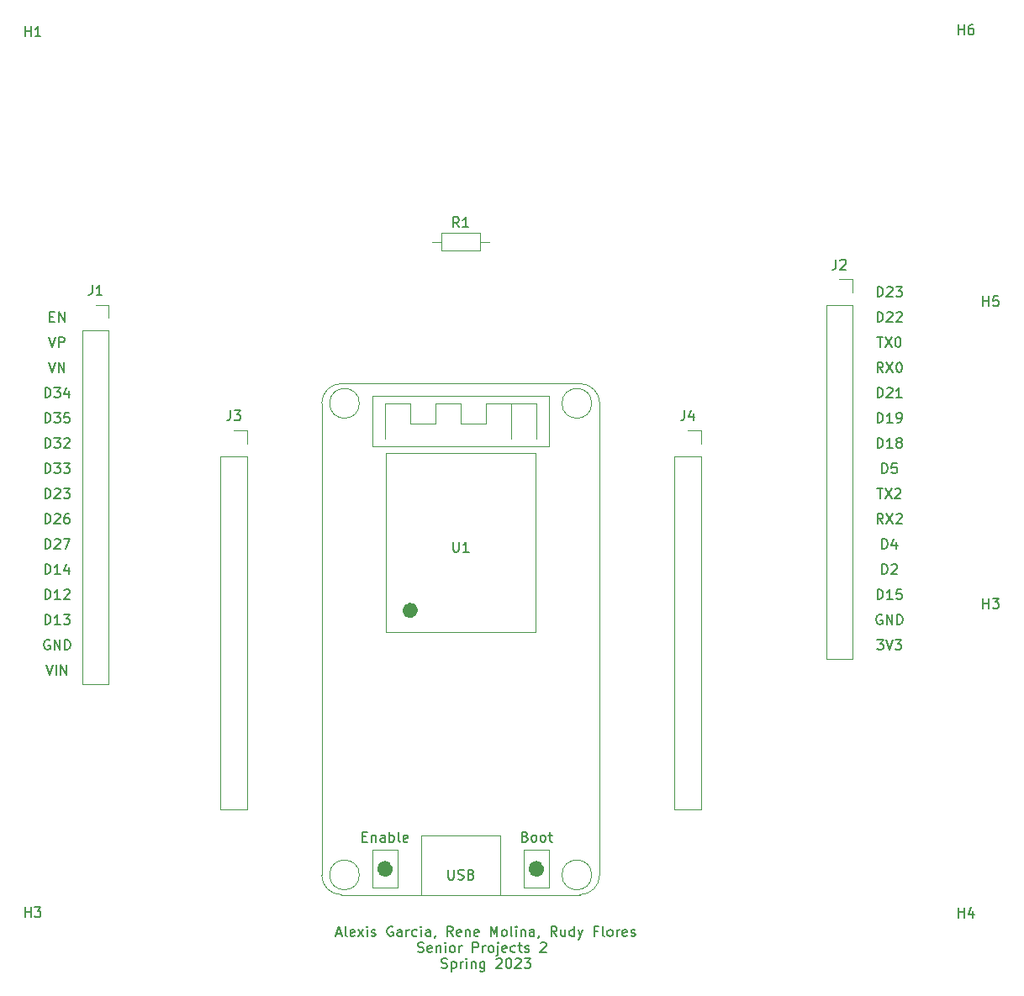
<source format=gto>
G04 #@! TF.GenerationSoftware,KiCad,Pcbnew,(6.0.11-0)*
G04 #@! TF.CreationDate,2023-03-27T16:27:17-06:00*
G04 #@! TF.ProjectId,ESP_PCB,4553505f-5043-4422-9e6b-696361645f70,rev?*
G04 #@! TF.SameCoordinates,Original*
G04 #@! TF.FileFunction,Legend,Top*
G04 #@! TF.FilePolarity,Positive*
%FSLAX46Y46*%
G04 Gerber Fmt 4.6, Leading zero omitted, Abs format (unit mm)*
G04 Created by KiCad (PCBNEW (6.0.11-0)) date 2023-03-27 16:27:17*
%MOMM*%
%LPD*%
G01*
G04 APERTURE LIST*
%ADD10C,0.150000*%
%ADD11C,0.120000*%
%ADD12C,1.000000*%
%ADD13C,0.800000*%
%ADD14C,3.230000*%
%ADD15R,1.700000X1.700000*%
%ADD16O,1.700000X1.700000*%
%ADD17C,2.500000*%
%ADD18C,1.400000*%
%ADD19O,1.400000X1.400000*%
%ADD20C,3.200000*%
%ADD21R,1.524000X1.524000*%
%ADD22C,1.524000*%
%ADD23C,3.000000*%
%ADD24O,1.308000X2.616000*%
G04 APERTURE END LIST*
D10*
X55118095Y-103640000D02*
X55022857Y-103592380D01*
X54880000Y-103592380D01*
X54737142Y-103640000D01*
X54641904Y-103735238D01*
X54594285Y-103830476D01*
X54546666Y-104020952D01*
X54546666Y-104163809D01*
X54594285Y-104354285D01*
X54641904Y-104449523D01*
X54737142Y-104544761D01*
X54880000Y-104592380D01*
X54975238Y-104592380D01*
X55118095Y-104544761D01*
X55165714Y-104497142D01*
X55165714Y-104163809D01*
X54975238Y-104163809D01*
X55594285Y-104592380D02*
X55594285Y-103592380D01*
X56165714Y-104592380D01*
X56165714Y-103592380D01*
X56641904Y-104592380D02*
X56641904Y-103592380D01*
X56880000Y-103592380D01*
X57022857Y-103640000D01*
X57118095Y-103735238D01*
X57165714Y-103830476D01*
X57213333Y-104020952D01*
X57213333Y-104163809D01*
X57165714Y-104354285D01*
X57118095Y-104449523D01*
X57022857Y-104544761D01*
X56880000Y-104592380D01*
X56641904Y-104592380D01*
X55046666Y-73112380D02*
X55380000Y-74112380D01*
X55713333Y-73112380D01*
X56046666Y-74112380D02*
X56046666Y-73112380D01*
X56427619Y-73112380D01*
X56522857Y-73160000D01*
X56570476Y-73207619D01*
X56618095Y-73302857D01*
X56618095Y-73445714D01*
X56570476Y-73540952D01*
X56522857Y-73588571D01*
X56427619Y-73636190D01*
X56046666Y-73636190D01*
X138485714Y-69032380D02*
X138485714Y-68032380D01*
X138723809Y-68032380D01*
X138866666Y-68080000D01*
X138961904Y-68175238D01*
X139009523Y-68270476D01*
X139057142Y-68460952D01*
X139057142Y-68603809D01*
X139009523Y-68794285D01*
X138961904Y-68889523D01*
X138866666Y-68984761D01*
X138723809Y-69032380D01*
X138485714Y-69032380D01*
X139438095Y-68127619D02*
X139485714Y-68080000D01*
X139580952Y-68032380D01*
X139819047Y-68032380D01*
X139914285Y-68080000D01*
X139961904Y-68127619D01*
X140009523Y-68222857D01*
X140009523Y-68318095D01*
X139961904Y-68460952D01*
X139390476Y-69032380D01*
X140009523Y-69032380D01*
X140342857Y-68032380D02*
X140961904Y-68032380D01*
X140628571Y-68413333D01*
X140771428Y-68413333D01*
X140866666Y-68460952D01*
X140914285Y-68508571D01*
X140961904Y-68603809D01*
X140961904Y-68841904D01*
X140914285Y-68937142D01*
X140866666Y-68984761D01*
X140771428Y-69032380D01*
X140485714Y-69032380D01*
X140390476Y-68984761D01*
X140342857Y-68937142D01*
X138485714Y-81732380D02*
X138485714Y-80732380D01*
X138723809Y-80732380D01*
X138866666Y-80780000D01*
X138961904Y-80875238D01*
X139009523Y-80970476D01*
X139057142Y-81160952D01*
X139057142Y-81303809D01*
X139009523Y-81494285D01*
X138961904Y-81589523D01*
X138866666Y-81684761D01*
X138723809Y-81732380D01*
X138485714Y-81732380D01*
X140009523Y-81732380D02*
X139438095Y-81732380D01*
X139723809Y-81732380D02*
X139723809Y-80732380D01*
X139628571Y-80875238D01*
X139533333Y-80970476D01*
X139438095Y-81018095D01*
X140485714Y-81732380D02*
X140676190Y-81732380D01*
X140771428Y-81684761D01*
X140819047Y-81637142D01*
X140914285Y-81494285D01*
X140961904Y-81303809D01*
X140961904Y-80922857D01*
X140914285Y-80827619D01*
X140866666Y-80780000D01*
X140771428Y-80732380D01*
X140580952Y-80732380D01*
X140485714Y-80780000D01*
X140438095Y-80827619D01*
X140390476Y-80922857D01*
X140390476Y-81160952D01*
X140438095Y-81256190D01*
X140485714Y-81303809D01*
X140580952Y-81351428D01*
X140771428Y-81351428D01*
X140866666Y-81303809D01*
X140914285Y-81256190D01*
X140961904Y-81160952D01*
X55022857Y-75652380D02*
X55356190Y-76652380D01*
X55689523Y-75652380D01*
X56022857Y-76652380D02*
X56022857Y-75652380D01*
X56594285Y-76652380D01*
X56594285Y-75652380D01*
X55141904Y-71048571D02*
X55475238Y-71048571D01*
X55618095Y-71572380D02*
X55141904Y-71572380D01*
X55141904Y-70572380D01*
X55618095Y-70572380D01*
X56046666Y-71572380D02*
X56046666Y-70572380D01*
X56618095Y-71572380D01*
X56618095Y-70572380D01*
X54665714Y-94432380D02*
X54665714Y-93432380D01*
X54903809Y-93432380D01*
X55046666Y-93480000D01*
X55141904Y-93575238D01*
X55189523Y-93670476D01*
X55237142Y-93860952D01*
X55237142Y-94003809D01*
X55189523Y-94194285D01*
X55141904Y-94289523D01*
X55046666Y-94384761D01*
X54903809Y-94432380D01*
X54665714Y-94432380D01*
X55618095Y-93527619D02*
X55665714Y-93480000D01*
X55760952Y-93432380D01*
X55999047Y-93432380D01*
X56094285Y-93480000D01*
X56141904Y-93527619D01*
X56189523Y-93622857D01*
X56189523Y-93718095D01*
X56141904Y-93860952D01*
X55570476Y-94432380D01*
X56189523Y-94432380D01*
X56522857Y-93432380D02*
X57189523Y-93432380D01*
X56760952Y-94432380D01*
X138485714Y-71572380D02*
X138485714Y-70572380D01*
X138723809Y-70572380D01*
X138866666Y-70620000D01*
X138961904Y-70715238D01*
X139009523Y-70810476D01*
X139057142Y-71000952D01*
X139057142Y-71143809D01*
X139009523Y-71334285D01*
X138961904Y-71429523D01*
X138866666Y-71524761D01*
X138723809Y-71572380D01*
X138485714Y-71572380D01*
X139438095Y-70667619D02*
X139485714Y-70620000D01*
X139580952Y-70572380D01*
X139819047Y-70572380D01*
X139914285Y-70620000D01*
X139961904Y-70667619D01*
X140009523Y-70762857D01*
X140009523Y-70858095D01*
X139961904Y-71000952D01*
X139390476Y-71572380D01*
X140009523Y-71572380D01*
X140390476Y-70667619D02*
X140438095Y-70620000D01*
X140533333Y-70572380D01*
X140771428Y-70572380D01*
X140866666Y-70620000D01*
X140914285Y-70667619D01*
X140961904Y-70762857D01*
X140961904Y-70858095D01*
X140914285Y-71000952D01*
X140342857Y-71572380D01*
X140961904Y-71572380D01*
X138485714Y-99512380D02*
X138485714Y-98512380D01*
X138723809Y-98512380D01*
X138866666Y-98560000D01*
X138961904Y-98655238D01*
X139009523Y-98750476D01*
X139057142Y-98940952D01*
X139057142Y-99083809D01*
X139009523Y-99274285D01*
X138961904Y-99369523D01*
X138866666Y-99464761D01*
X138723809Y-99512380D01*
X138485714Y-99512380D01*
X140009523Y-99512380D02*
X139438095Y-99512380D01*
X139723809Y-99512380D02*
X139723809Y-98512380D01*
X139628571Y-98655238D01*
X139533333Y-98750476D01*
X139438095Y-98798095D01*
X140914285Y-98512380D02*
X140438095Y-98512380D01*
X140390476Y-98988571D01*
X140438095Y-98940952D01*
X140533333Y-98893333D01*
X140771428Y-98893333D01*
X140866666Y-98940952D01*
X140914285Y-98988571D01*
X140961904Y-99083809D01*
X140961904Y-99321904D01*
X140914285Y-99417142D01*
X140866666Y-99464761D01*
X140771428Y-99512380D01*
X140533333Y-99512380D01*
X140438095Y-99464761D01*
X140390476Y-99417142D01*
X138938095Y-101100000D02*
X138842857Y-101052380D01*
X138700000Y-101052380D01*
X138557142Y-101100000D01*
X138461904Y-101195238D01*
X138414285Y-101290476D01*
X138366666Y-101480952D01*
X138366666Y-101623809D01*
X138414285Y-101814285D01*
X138461904Y-101909523D01*
X138557142Y-102004761D01*
X138700000Y-102052380D01*
X138795238Y-102052380D01*
X138938095Y-102004761D01*
X138985714Y-101957142D01*
X138985714Y-101623809D01*
X138795238Y-101623809D01*
X139414285Y-102052380D02*
X139414285Y-101052380D01*
X139985714Y-102052380D01*
X139985714Y-101052380D01*
X140461904Y-102052380D02*
X140461904Y-101052380D01*
X140700000Y-101052380D01*
X140842857Y-101100000D01*
X140938095Y-101195238D01*
X140985714Y-101290476D01*
X141033333Y-101480952D01*
X141033333Y-101623809D01*
X140985714Y-101814285D01*
X140938095Y-101909523D01*
X140842857Y-102004761D01*
X140700000Y-102052380D01*
X140461904Y-102052380D01*
X138461904Y-103592380D02*
X139080952Y-103592380D01*
X138747619Y-103973333D01*
X138890476Y-103973333D01*
X138985714Y-104020952D01*
X139033333Y-104068571D01*
X139080952Y-104163809D01*
X139080952Y-104401904D01*
X139033333Y-104497142D01*
X138985714Y-104544761D01*
X138890476Y-104592380D01*
X138604761Y-104592380D01*
X138509523Y-104544761D01*
X138461904Y-104497142D01*
X139366666Y-103592380D02*
X139700000Y-104592380D01*
X140033333Y-103592380D01*
X140271428Y-103592380D02*
X140890476Y-103592380D01*
X140557142Y-103973333D01*
X140700000Y-103973333D01*
X140795238Y-104020952D01*
X140842857Y-104068571D01*
X140890476Y-104163809D01*
X140890476Y-104401904D01*
X140842857Y-104497142D01*
X140795238Y-104544761D01*
X140700000Y-104592380D01*
X140414285Y-104592380D01*
X140319047Y-104544761D01*
X140271428Y-104497142D01*
X54665714Y-86812380D02*
X54665714Y-85812380D01*
X54903809Y-85812380D01*
X55046666Y-85860000D01*
X55141904Y-85955238D01*
X55189523Y-86050476D01*
X55237142Y-86240952D01*
X55237142Y-86383809D01*
X55189523Y-86574285D01*
X55141904Y-86669523D01*
X55046666Y-86764761D01*
X54903809Y-86812380D01*
X54665714Y-86812380D01*
X55570476Y-85812380D02*
X56189523Y-85812380D01*
X55856190Y-86193333D01*
X55999047Y-86193333D01*
X56094285Y-86240952D01*
X56141904Y-86288571D01*
X56189523Y-86383809D01*
X56189523Y-86621904D01*
X56141904Y-86717142D01*
X56094285Y-86764761D01*
X55999047Y-86812380D01*
X55713333Y-86812380D01*
X55618095Y-86764761D01*
X55570476Y-86717142D01*
X56522857Y-85812380D02*
X57141904Y-85812380D01*
X56808571Y-86193333D01*
X56951428Y-86193333D01*
X57046666Y-86240952D01*
X57094285Y-86288571D01*
X57141904Y-86383809D01*
X57141904Y-86621904D01*
X57094285Y-86717142D01*
X57046666Y-86764761D01*
X56951428Y-86812380D01*
X56665714Y-86812380D01*
X56570476Y-86764761D01*
X56522857Y-86717142D01*
X138961904Y-94432380D02*
X138961904Y-93432380D01*
X139200000Y-93432380D01*
X139342857Y-93480000D01*
X139438095Y-93575238D01*
X139485714Y-93670476D01*
X139533333Y-93860952D01*
X139533333Y-94003809D01*
X139485714Y-94194285D01*
X139438095Y-94289523D01*
X139342857Y-94384761D01*
X139200000Y-94432380D01*
X138961904Y-94432380D01*
X140390476Y-93765714D02*
X140390476Y-94432380D01*
X140152380Y-93384761D02*
X139914285Y-94099047D01*
X140533333Y-94099047D01*
X138961904Y-86812380D02*
X138961904Y-85812380D01*
X139200000Y-85812380D01*
X139342857Y-85860000D01*
X139438095Y-85955238D01*
X139485714Y-86050476D01*
X139533333Y-86240952D01*
X139533333Y-86383809D01*
X139485714Y-86574285D01*
X139438095Y-86669523D01*
X139342857Y-86764761D01*
X139200000Y-86812380D01*
X138961904Y-86812380D01*
X140438095Y-85812380D02*
X139961904Y-85812380D01*
X139914285Y-86288571D01*
X139961904Y-86240952D01*
X140057142Y-86193333D01*
X140295238Y-86193333D01*
X140390476Y-86240952D01*
X140438095Y-86288571D01*
X140485714Y-86383809D01*
X140485714Y-86621904D01*
X140438095Y-86717142D01*
X140390476Y-86764761D01*
X140295238Y-86812380D01*
X140057142Y-86812380D01*
X139961904Y-86764761D01*
X139914285Y-86717142D01*
X84012380Y-133176666D02*
X84488571Y-133176666D01*
X83917142Y-133462380D02*
X84250476Y-132462380D01*
X84583809Y-133462380D01*
X85060000Y-133462380D02*
X84964761Y-133414761D01*
X84917142Y-133319523D01*
X84917142Y-132462380D01*
X85821904Y-133414761D02*
X85726666Y-133462380D01*
X85536190Y-133462380D01*
X85440952Y-133414761D01*
X85393333Y-133319523D01*
X85393333Y-132938571D01*
X85440952Y-132843333D01*
X85536190Y-132795714D01*
X85726666Y-132795714D01*
X85821904Y-132843333D01*
X85869523Y-132938571D01*
X85869523Y-133033809D01*
X85393333Y-133129047D01*
X86202857Y-133462380D02*
X86726666Y-132795714D01*
X86202857Y-132795714D02*
X86726666Y-133462380D01*
X87107619Y-133462380D02*
X87107619Y-132795714D01*
X87107619Y-132462380D02*
X87060000Y-132510000D01*
X87107619Y-132557619D01*
X87155238Y-132510000D01*
X87107619Y-132462380D01*
X87107619Y-132557619D01*
X87536190Y-133414761D02*
X87631428Y-133462380D01*
X87821904Y-133462380D01*
X87917142Y-133414761D01*
X87964761Y-133319523D01*
X87964761Y-133271904D01*
X87917142Y-133176666D01*
X87821904Y-133129047D01*
X87679047Y-133129047D01*
X87583809Y-133081428D01*
X87536190Y-132986190D01*
X87536190Y-132938571D01*
X87583809Y-132843333D01*
X87679047Y-132795714D01*
X87821904Y-132795714D01*
X87917142Y-132843333D01*
X89679047Y-132510000D02*
X89583809Y-132462380D01*
X89440952Y-132462380D01*
X89298095Y-132510000D01*
X89202857Y-132605238D01*
X89155238Y-132700476D01*
X89107619Y-132890952D01*
X89107619Y-133033809D01*
X89155238Y-133224285D01*
X89202857Y-133319523D01*
X89298095Y-133414761D01*
X89440952Y-133462380D01*
X89536190Y-133462380D01*
X89679047Y-133414761D01*
X89726666Y-133367142D01*
X89726666Y-133033809D01*
X89536190Y-133033809D01*
X90583809Y-133462380D02*
X90583809Y-132938571D01*
X90536190Y-132843333D01*
X90440952Y-132795714D01*
X90250476Y-132795714D01*
X90155238Y-132843333D01*
X90583809Y-133414761D02*
X90488571Y-133462380D01*
X90250476Y-133462380D01*
X90155238Y-133414761D01*
X90107619Y-133319523D01*
X90107619Y-133224285D01*
X90155238Y-133129047D01*
X90250476Y-133081428D01*
X90488571Y-133081428D01*
X90583809Y-133033809D01*
X91060000Y-133462380D02*
X91060000Y-132795714D01*
X91060000Y-132986190D02*
X91107619Y-132890952D01*
X91155238Y-132843333D01*
X91250476Y-132795714D01*
X91345714Y-132795714D01*
X92107619Y-133414761D02*
X92012380Y-133462380D01*
X91821904Y-133462380D01*
X91726666Y-133414761D01*
X91679047Y-133367142D01*
X91631428Y-133271904D01*
X91631428Y-132986190D01*
X91679047Y-132890952D01*
X91726666Y-132843333D01*
X91821904Y-132795714D01*
X92012380Y-132795714D01*
X92107619Y-132843333D01*
X92536190Y-133462380D02*
X92536190Y-132795714D01*
X92536190Y-132462380D02*
X92488571Y-132510000D01*
X92536190Y-132557619D01*
X92583809Y-132510000D01*
X92536190Y-132462380D01*
X92536190Y-132557619D01*
X93440952Y-133462380D02*
X93440952Y-132938571D01*
X93393333Y-132843333D01*
X93298095Y-132795714D01*
X93107619Y-132795714D01*
X93012380Y-132843333D01*
X93440952Y-133414761D02*
X93345714Y-133462380D01*
X93107619Y-133462380D01*
X93012380Y-133414761D01*
X92964761Y-133319523D01*
X92964761Y-133224285D01*
X93012380Y-133129047D01*
X93107619Y-133081428D01*
X93345714Y-133081428D01*
X93440952Y-133033809D01*
X93964761Y-133414761D02*
X93964761Y-133462380D01*
X93917142Y-133557619D01*
X93869523Y-133605238D01*
X95726666Y-133462380D02*
X95393333Y-132986190D01*
X95155238Y-133462380D02*
X95155238Y-132462380D01*
X95536190Y-132462380D01*
X95631428Y-132510000D01*
X95679047Y-132557619D01*
X95726666Y-132652857D01*
X95726666Y-132795714D01*
X95679047Y-132890952D01*
X95631428Y-132938571D01*
X95536190Y-132986190D01*
X95155238Y-132986190D01*
X96536190Y-133414761D02*
X96440952Y-133462380D01*
X96250476Y-133462380D01*
X96155238Y-133414761D01*
X96107619Y-133319523D01*
X96107619Y-132938571D01*
X96155238Y-132843333D01*
X96250476Y-132795714D01*
X96440952Y-132795714D01*
X96536190Y-132843333D01*
X96583809Y-132938571D01*
X96583809Y-133033809D01*
X96107619Y-133129047D01*
X97012380Y-132795714D02*
X97012380Y-133462380D01*
X97012380Y-132890952D02*
X97060000Y-132843333D01*
X97155238Y-132795714D01*
X97298095Y-132795714D01*
X97393333Y-132843333D01*
X97440952Y-132938571D01*
X97440952Y-133462380D01*
X98298095Y-133414761D02*
X98202857Y-133462380D01*
X98012380Y-133462380D01*
X97917142Y-133414761D01*
X97869523Y-133319523D01*
X97869523Y-132938571D01*
X97917142Y-132843333D01*
X98012380Y-132795714D01*
X98202857Y-132795714D01*
X98298095Y-132843333D01*
X98345714Y-132938571D01*
X98345714Y-133033809D01*
X97869523Y-133129047D01*
X99536190Y-133462380D02*
X99536190Y-132462380D01*
X99869523Y-133176666D01*
X100202857Y-132462380D01*
X100202857Y-133462380D01*
X100821904Y-133462380D02*
X100726666Y-133414761D01*
X100679047Y-133367142D01*
X100631428Y-133271904D01*
X100631428Y-132986190D01*
X100679047Y-132890952D01*
X100726666Y-132843333D01*
X100821904Y-132795714D01*
X100964761Y-132795714D01*
X101060000Y-132843333D01*
X101107619Y-132890952D01*
X101155238Y-132986190D01*
X101155238Y-133271904D01*
X101107619Y-133367142D01*
X101060000Y-133414761D01*
X100964761Y-133462380D01*
X100821904Y-133462380D01*
X101726666Y-133462380D02*
X101631428Y-133414761D01*
X101583809Y-133319523D01*
X101583809Y-132462380D01*
X102107619Y-133462380D02*
X102107619Y-132795714D01*
X102107619Y-132462380D02*
X102060000Y-132510000D01*
X102107619Y-132557619D01*
X102155238Y-132510000D01*
X102107619Y-132462380D01*
X102107619Y-132557619D01*
X102583809Y-132795714D02*
X102583809Y-133462380D01*
X102583809Y-132890952D02*
X102631428Y-132843333D01*
X102726666Y-132795714D01*
X102869523Y-132795714D01*
X102964761Y-132843333D01*
X103012380Y-132938571D01*
X103012380Y-133462380D01*
X103917142Y-133462380D02*
X103917142Y-132938571D01*
X103869523Y-132843333D01*
X103774285Y-132795714D01*
X103583809Y-132795714D01*
X103488571Y-132843333D01*
X103917142Y-133414761D02*
X103821904Y-133462380D01*
X103583809Y-133462380D01*
X103488571Y-133414761D01*
X103440952Y-133319523D01*
X103440952Y-133224285D01*
X103488571Y-133129047D01*
X103583809Y-133081428D01*
X103821904Y-133081428D01*
X103917142Y-133033809D01*
X104440952Y-133414761D02*
X104440952Y-133462380D01*
X104393333Y-133557619D01*
X104345714Y-133605238D01*
X106202857Y-133462380D02*
X105869523Y-132986190D01*
X105631428Y-133462380D02*
X105631428Y-132462380D01*
X106012380Y-132462380D01*
X106107619Y-132510000D01*
X106155238Y-132557619D01*
X106202857Y-132652857D01*
X106202857Y-132795714D01*
X106155238Y-132890952D01*
X106107619Y-132938571D01*
X106012380Y-132986190D01*
X105631428Y-132986190D01*
X107060000Y-132795714D02*
X107060000Y-133462380D01*
X106631428Y-132795714D02*
X106631428Y-133319523D01*
X106679047Y-133414761D01*
X106774285Y-133462380D01*
X106917142Y-133462380D01*
X107012380Y-133414761D01*
X107060000Y-133367142D01*
X107964761Y-133462380D02*
X107964761Y-132462380D01*
X107964761Y-133414761D02*
X107869523Y-133462380D01*
X107679047Y-133462380D01*
X107583809Y-133414761D01*
X107536190Y-133367142D01*
X107488571Y-133271904D01*
X107488571Y-132986190D01*
X107536190Y-132890952D01*
X107583809Y-132843333D01*
X107679047Y-132795714D01*
X107869523Y-132795714D01*
X107964761Y-132843333D01*
X108345714Y-132795714D02*
X108583809Y-133462380D01*
X108821904Y-132795714D02*
X108583809Y-133462380D01*
X108488571Y-133700476D01*
X108440952Y-133748095D01*
X108345714Y-133795714D01*
X110298095Y-132938571D02*
X109964761Y-132938571D01*
X109964761Y-133462380D02*
X109964761Y-132462380D01*
X110440952Y-132462380D01*
X110964761Y-133462380D02*
X110869523Y-133414761D01*
X110821904Y-133319523D01*
X110821904Y-132462380D01*
X111488571Y-133462380D02*
X111393333Y-133414761D01*
X111345714Y-133367142D01*
X111298095Y-133271904D01*
X111298095Y-132986190D01*
X111345714Y-132890952D01*
X111393333Y-132843333D01*
X111488571Y-132795714D01*
X111631428Y-132795714D01*
X111726666Y-132843333D01*
X111774285Y-132890952D01*
X111821904Y-132986190D01*
X111821904Y-133271904D01*
X111774285Y-133367142D01*
X111726666Y-133414761D01*
X111631428Y-133462380D01*
X111488571Y-133462380D01*
X112250476Y-133462380D02*
X112250476Y-132795714D01*
X112250476Y-132986190D02*
X112298095Y-132890952D01*
X112345714Y-132843333D01*
X112440952Y-132795714D01*
X112536190Y-132795714D01*
X113250476Y-133414761D02*
X113155238Y-133462380D01*
X112964761Y-133462380D01*
X112869523Y-133414761D01*
X112821904Y-133319523D01*
X112821904Y-132938571D01*
X112869523Y-132843333D01*
X112964761Y-132795714D01*
X113155238Y-132795714D01*
X113250476Y-132843333D01*
X113298095Y-132938571D01*
X113298095Y-133033809D01*
X112821904Y-133129047D01*
X113679047Y-133414761D02*
X113774285Y-133462380D01*
X113964761Y-133462380D01*
X114059999Y-133414761D01*
X114107619Y-133319523D01*
X114107619Y-133271904D01*
X114059999Y-133176666D01*
X113964761Y-133129047D01*
X113821904Y-133129047D01*
X113726666Y-133081428D01*
X113679047Y-132986190D01*
X113679047Y-132938571D01*
X113726666Y-132843333D01*
X113821904Y-132795714D01*
X113964761Y-132795714D01*
X114059999Y-132843333D01*
X92226666Y-135024761D02*
X92369523Y-135072380D01*
X92607619Y-135072380D01*
X92702857Y-135024761D01*
X92750476Y-134977142D01*
X92798095Y-134881904D01*
X92798095Y-134786666D01*
X92750476Y-134691428D01*
X92702857Y-134643809D01*
X92607619Y-134596190D01*
X92417142Y-134548571D01*
X92321904Y-134500952D01*
X92274285Y-134453333D01*
X92226666Y-134358095D01*
X92226666Y-134262857D01*
X92274285Y-134167619D01*
X92321904Y-134120000D01*
X92417142Y-134072380D01*
X92655238Y-134072380D01*
X92798095Y-134120000D01*
X93607619Y-135024761D02*
X93512380Y-135072380D01*
X93321904Y-135072380D01*
X93226666Y-135024761D01*
X93179047Y-134929523D01*
X93179047Y-134548571D01*
X93226666Y-134453333D01*
X93321904Y-134405714D01*
X93512380Y-134405714D01*
X93607619Y-134453333D01*
X93655238Y-134548571D01*
X93655238Y-134643809D01*
X93179047Y-134739047D01*
X94083809Y-134405714D02*
X94083809Y-135072380D01*
X94083809Y-134500952D02*
X94131428Y-134453333D01*
X94226666Y-134405714D01*
X94369523Y-134405714D01*
X94464761Y-134453333D01*
X94512380Y-134548571D01*
X94512380Y-135072380D01*
X94988571Y-135072380D02*
X94988571Y-134405714D01*
X94988571Y-134072380D02*
X94940952Y-134120000D01*
X94988571Y-134167619D01*
X95036190Y-134120000D01*
X94988571Y-134072380D01*
X94988571Y-134167619D01*
X95607619Y-135072380D02*
X95512380Y-135024761D01*
X95464761Y-134977142D01*
X95417142Y-134881904D01*
X95417142Y-134596190D01*
X95464761Y-134500952D01*
X95512380Y-134453333D01*
X95607619Y-134405714D01*
X95750476Y-134405714D01*
X95845714Y-134453333D01*
X95893333Y-134500952D01*
X95940952Y-134596190D01*
X95940952Y-134881904D01*
X95893333Y-134977142D01*
X95845714Y-135024761D01*
X95750476Y-135072380D01*
X95607619Y-135072380D01*
X96369523Y-135072380D02*
X96369523Y-134405714D01*
X96369523Y-134596190D02*
X96417142Y-134500952D01*
X96464761Y-134453333D01*
X96560000Y-134405714D01*
X96655238Y-134405714D01*
X97750476Y-135072380D02*
X97750476Y-134072380D01*
X98131428Y-134072380D01*
X98226666Y-134120000D01*
X98274285Y-134167619D01*
X98321904Y-134262857D01*
X98321904Y-134405714D01*
X98274285Y-134500952D01*
X98226666Y-134548571D01*
X98131428Y-134596190D01*
X97750476Y-134596190D01*
X98750476Y-135072380D02*
X98750476Y-134405714D01*
X98750476Y-134596190D02*
X98798095Y-134500952D01*
X98845714Y-134453333D01*
X98940952Y-134405714D01*
X99036190Y-134405714D01*
X99512380Y-135072380D02*
X99417142Y-135024761D01*
X99369523Y-134977142D01*
X99321904Y-134881904D01*
X99321904Y-134596190D01*
X99369523Y-134500952D01*
X99417142Y-134453333D01*
X99512380Y-134405714D01*
X99655238Y-134405714D01*
X99750476Y-134453333D01*
X99798095Y-134500952D01*
X99845714Y-134596190D01*
X99845714Y-134881904D01*
X99798095Y-134977142D01*
X99750476Y-135024761D01*
X99655238Y-135072380D01*
X99512380Y-135072380D01*
X100274285Y-134405714D02*
X100274285Y-135262857D01*
X100226666Y-135358095D01*
X100131428Y-135405714D01*
X100083809Y-135405714D01*
X100274285Y-134072380D02*
X100226666Y-134120000D01*
X100274285Y-134167619D01*
X100321904Y-134120000D01*
X100274285Y-134072380D01*
X100274285Y-134167619D01*
X101131428Y-135024761D02*
X101036190Y-135072380D01*
X100845714Y-135072380D01*
X100750476Y-135024761D01*
X100702857Y-134929523D01*
X100702857Y-134548571D01*
X100750476Y-134453333D01*
X100845714Y-134405714D01*
X101036190Y-134405714D01*
X101131428Y-134453333D01*
X101179047Y-134548571D01*
X101179047Y-134643809D01*
X100702857Y-134739047D01*
X102036190Y-135024761D02*
X101940952Y-135072380D01*
X101750476Y-135072380D01*
X101655238Y-135024761D01*
X101607619Y-134977142D01*
X101560000Y-134881904D01*
X101560000Y-134596190D01*
X101607619Y-134500952D01*
X101655238Y-134453333D01*
X101750476Y-134405714D01*
X101940952Y-134405714D01*
X102036190Y-134453333D01*
X102321904Y-134405714D02*
X102702857Y-134405714D01*
X102464761Y-134072380D02*
X102464761Y-134929523D01*
X102512380Y-135024761D01*
X102607619Y-135072380D01*
X102702857Y-135072380D01*
X102988571Y-135024761D02*
X103083809Y-135072380D01*
X103274285Y-135072380D01*
X103369523Y-135024761D01*
X103417142Y-134929523D01*
X103417142Y-134881904D01*
X103369523Y-134786666D01*
X103274285Y-134739047D01*
X103131428Y-134739047D01*
X103036190Y-134691428D01*
X102988571Y-134596190D01*
X102988571Y-134548571D01*
X103036190Y-134453333D01*
X103131428Y-134405714D01*
X103274285Y-134405714D01*
X103369523Y-134453333D01*
X104560000Y-134167619D02*
X104607619Y-134120000D01*
X104702857Y-134072380D01*
X104940952Y-134072380D01*
X105036190Y-134120000D01*
X105083809Y-134167619D01*
X105131428Y-134262857D01*
X105131428Y-134358095D01*
X105083809Y-134500952D01*
X104512380Y-135072380D01*
X105131428Y-135072380D01*
X94583809Y-136634761D02*
X94726666Y-136682380D01*
X94964761Y-136682380D01*
X95060000Y-136634761D01*
X95107619Y-136587142D01*
X95155238Y-136491904D01*
X95155238Y-136396666D01*
X95107619Y-136301428D01*
X95060000Y-136253809D01*
X94964761Y-136206190D01*
X94774285Y-136158571D01*
X94679047Y-136110952D01*
X94631428Y-136063333D01*
X94583809Y-135968095D01*
X94583809Y-135872857D01*
X94631428Y-135777619D01*
X94679047Y-135730000D01*
X94774285Y-135682380D01*
X95012380Y-135682380D01*
X95155238Y-135730000D01*
X95583809Y-136015714D02*
X95583809Y-137015714D01*
X95583809Y-136063333D02*
X95679047Y-136015714D01*
X95869523Y-136015714D01*
X95964761Y-136063333D01*
X96012380Y-136110952D01*
X96060000Y-136206190D01*
X96060000Y-136491904D01*
X96012380Y-136587142D01*
X95964761Y-136634761D01*
X95869523Y-136682380D01*
X95679047Y-136682380D01*
X95583809Y-136634761D01*
X96488571Y-136682380D02*
X96488571Y-136015714D01*
X96488571Y-136206190D02*
X96536190Y-136110952D01*
X96583809Y-136063333D01*
X96679047Y-136015714D01*
X96774285Y-136015714D01*
X97107619Y-136682380D02*
X97107619Y-136015714D01*
X97107619Y-135682380D02*
X97060000Y-135730000D01*
X97107619Y-135777619D01*
X97155238Y-135730000D01*
X97107619Y-135682380D01*
X97107619Y-135777619D01*
X97583809Y-136015714D02*
X97583809Y-136682380D01*
X97583809Y-136110952D02*
X97631428Y-136063333D01*
X97726666Y-136015714D01*
X97869523Y-136015714D01*
X97964761Y-136063333D01*
X98012380Y-136158571D01*
X98012380Y-136682380D01*
X98917142Y-136015714D02*
X98917142Y-136825238D01*
X98869523Y-136920476D01*
X98821904Y-136968095D01*
X98726666Y-137015714D01*
X98583809Y-137015714D01*
X98488571Y-136968095D01*
X98917142Y-136634761D02*
X98821904Y-136682380D01*
X98631428Y-136682380D01*
X98536190Y-136634761D01*
X98488571Y-136587142D01*
X98440952Y-136491904D01*
X98440952Y-136206190D01*
X98488571Y-136110952D01*
X98536190Y-136063333D01*
X98631428Y-136015714D01*
X98821904Y-136015714D01*
X98917142Y-136063333D01*
X100107619Y-135777619D02*
X100155238Y-135730000D01*
X100250476Y-135682380D01*
X100488571Y-135682380D01*
X100583809Y-135730000D01*
X100631428Y-135777619D01*
X100679047Y-135872857D01*
X100679047Y-135968095D01*
X100631428Y-136110952D01*
X100060000Y-136682380D01*
X100679047Y-136682380D01*
X101298095Y-135682380D02*
X101393333Y-135682380D01*
X101488571Y-135730000D01*
X101536190Y-135777619D01*
X101583809Y-135872857D01*
X101631428Y-136063333D01*
X101631428Y-136301428D01*
X101583809Y-136491904D01*
X101536190Y-136587142D01*
X101488571Y-136634761D01*
X101393333Y-136682380D01*
X101298095Y-136682380D01*
X101202857Y-136634761D01*
X101155238Y-136587142D01*
X101107619Y-136491904D01*
X101060000Y-136301428D01*
X101060000Y-136063333D01*
X101107619Y-135872857D01*
X101155238Y-135777619D01*
X101202857Y-135730000D01*
X101298095Y-135682380D01*
X102012380Y-135777619D02*
X102060000Y-135730000D01*
X102155238Y-135682380D01*
X102393333Y-135682380D01*
X102488571Y-135730000D01*
X102536190Y-135777619D01*
X102583809Y-135872857D01*
X102583809Y-135968095D01*
X102536190Y-136110952D01*
X101964761Y-136682380D01*
X102583809Y-136682380D01*
X102917142Y-135682380D02*
X103536190Y-135682380D01*
X103202857Y-136063333D01*
X103345714Y-136063333D01*
X103440952Y-136110952D01*
X103488571Y-136158571D01*
X103536190Y-136253809D01*
X103536190Y-136491904D01*
X103488571Y-136587142D01*
X103440952Y-136634761D01*
X103345714Y-136682380D01*
X103060000Y-136682380D01*
X102964761Y-136634761D01*
X102917142Y-136587142D01*
X54665714Y-91892380D02*
X54665714Y-90892380D01*
X54903809Y-90892380D01*
X55046666Y-90940000D01*
X55141904Y-91035238D01*
X55189523Y-91130476D01*
X55237142Y-91320952D01*
X55237142Y-91463809D01*
X55189523Y-91654285D01*
X55141904Y-91749523D01*
X55046666Y-91844761D01*
X54903809Y-91892380D01*
X54665714Y-91892380D01*
X55618095Y-90987619D02*
X55665714Y-90940000D01*
X55760952Y-90892380D01*
X55999047Y-90892380D01*
X56094285Y-90940000D01*
X56141904Y-90987619D01*
X56189523Y-91082857D01*
X56189523Y-91178095D01*
X56141904Y-91320952D01*
X55570476Y-91892380D01*
X56189523Y-91892380D01*
X57046666Y-90892380D02*
X56856190Y-90892380D01*
X56760952Y-90940000D01*
X56713333Y-90987619D01*
X56618095Y-91130476D01*
X56570476Y-91320952D01*
X56570476Y-91701904D01*
X56618095Y-91797142D01*
X56665714Y-91844761D01*
X56760952Y-91892380D01*
X56951428Y-91892380D01*
X57046666Y-91844761D01*
X57094285Y-91797142D01*
X57141904Y-91701904D01*
X57141904Y-91463809D01*
X57094285Y-91368571D01*
X57046666Y-91320952D01*
X56951428Y-91273333D01*
X56760952Y-91273333D01*
X56665714Y-91320952D01*
X56618095Y-91368571D01*
X56570476Y-91463809D01*
X138485714Y-79192380D02*
X138485714Y-78192380D01*
X138723809Y-78192380D01*
X138866666Y-78240000D01*
X138961904Y-78335238D01*
X139009523Y-78430476D01*
X139057142Y-78620952D01*
X139057142Y-78763809D01*
X139009523Y-78954285D01*
X138961904Y-79049523D01*
X138866666Y-79144761D01*
X138723809Y-79192380D01*
X138485714Y-79192380D01*
X139438095Y-78287619D02*
X139485714Y-78240000D01*
X139580952Y-78192380D01*
X139819047Y-78192380D01*
X139914285Y-78240000D01*
X139961904Y-78287619D01*
X140009523Y-78382857D01*
X140009523Y-78478095D01*
X139961904Y-78620952D01*
X139390476Y-79192380D01*
X140009523Y-79192380D01*
X140961904Y-79192380D02*
X140390476Y-79192380D01*
X140676190Y-79192380D02*
X140676190Y-78192380D01*
X140580952Y-78335238D01*
X140485714Y-78430476D01*
X140390476Y-78478095D01*
X54784761Y-106132380D02*
X55118095Y-107132380D01*
X55451428Y-106132380D01*
X55784761Y-107132380D02*
X55784761Y-106132380D01*
X56260952Y-107132380D02*
X56260952Y-106132380D01*
X56832380Y-107132380D01*
X56832380Y-106132380D01*
X54665714Y-102052380D02*
X54665714Y-101052380D01*
X54903809Y-101052380D01*
X55046666Y-101100000D01*
X55141904Y-101195238D01*
X55189523Y-101290476D01*
X55237142Y-101480952D01*
X55237142Y-101623809D01*
X55189523Y-101814285D01*
X55141904Y-101909523D01*
X55046666Y-102004761D01*
X54903809Y-102052380D01*
X54665714Y-102052380D01*
X56189523Y-102052380D02*
X55618095Y-102052380D01*
X55903809Y-102052380D02*
X55903809Y-101052380D01*
X55808571Y-101195238D01*
X55713333Y-101290476D01*
X55618095Y-101338095D01*
X56522857Y-101052380D02*
X57141904Y-101052380D01*
X56808571Y-101433333D01*
X56951428Y-101433333D01*
X57046666Y-101480952D01*
X57094285Y-101528571D01*
X57141904Y-101623809D01*
X57141904Y-101861904D01*
X57094285Y-101957142D01*
X57046666Y-102004761D01*
X56951428Y-102052380D01*
X56665714Y-102052380D01*
X56570476Y-102004761D01*
X56522857Y-101957142D01*
X139057142Y-91892380D02*
X138723809Y-91416190D01*
X138485714Y-91892380D02*
X138485714Y-90892380D01*
X138866666Y-90892380D01*
X138961904Y-90940000D01*
X139009523Y-90987619D01*
X139057142Y-91082857D01*
X139057142Y-91225714D01*
X139009523Y-91320952D01*
X138961904Y-91368571D01*
X138866666Y-91416190D01*
X138485714Y-91416190D01*
X139390476Y-90892380D02*
X140057142Y-91892380D01*
X140057142Y-90892380D02*
X139390476Y-91892380D01*
X140390476Y-90987619D02*
X140438095Y-90940000D01*
X140533333Y-90892380D01*
X140771428Y-90892380D01*
X140866666Y-90940000D01*
X140914285Y-90987619D01*
X140961904Y-91082857D01*
X140961904Y-91178095D01*
X140914285Y-91320952D01*
X140342857Y-91892380D01*
X140961904Y-91892380D01*
X54665714Y-96972380D02*
X54665714Y-95972380D01*
X54903809Y-95972380D01*
X55046666Y-96020000D01*
X55141904Y-96115238D01*
X55189523Y-96210476D01*
X55237142Y-96400952D01*
X55237142Y-96543809D01*
X55189523Y-96734285D01*
X55141904Y-96829523D01*
X55046666Y-96924761D01*
X54903809Y-96972380D01*
X54665714Y-96972380D01*
X56189523Y-96972380D02*
X55618095Y-96972380D01*
X55903809Y-96972380D02*
X55903809Y-95972380D01*
X55808571Y-96115238D01*
X55713333Y-96210476D01*
X55618095Y-96258095D01*
X57046666Y-96305714D02*
X57046666Y-96972380D01*
X56808571Y-95924761D02*
X56570476Y-96639047D01*
X57189523Y-96639047D01*
X54665714Y-89352380D02*
X54665714Y-88352380D01*
X54903809Y-88352380D01*
X55046666Y-88400000D01*
X55141904Y-88495238D01*
X55189523Y-88590476D01*
X55237142Y-88780952D01*
X55237142Y-88923809D01*
X55189523Y-89114285D01*
X55141904Y-89209523D01*
X55046666Y-89304761D01*
X54903809Y-89352380D01*
X54665714Y-89352380D01*
X55618095Y-88447619D02*
X55665714Y-88400000D01*
X55760952Y-88352380D01*
X55999047Y-88352380D01*
X56094285Y-88400000D01*
X56141904Y-88447619D01*
X56189523Y-88542857D01*
X56189523Y-88638095D01*
X56141904Y-88780952D01*
X55570476Y-89352380D01*
X56189523Y-89352380D01*
X56522857Y-88352380D02*
X57141904Y-88352380D01*
X56808571Y-88733333D01*
X56951428Y-88733333D01*
X57046666Y-88780952D01*
X57094285Y-88828571D01*
X57141904Y-88923809D01*
X57141904Y-89161904D01*
X57094285Y-89257142D01*
X57046666Y-89304761D01*
X56951428Y-89352380D01*
X56665714Y-89352380D01*
X56570476Y-89304761D01*
X56522857Y-89257142D01*
X54665714Y-79192380D02*
X54665714Y-78192380D01*
X54903809Y-78192380D01*
X55046666Y-78240000D01*
X55141904Y-78335238D01*
X55189523Y-78430476D01*
X55237142Y-78620952D01*
X55237142Y-78763809D01*
X55189523Y-78954285D01*
X55141904Y-79049523D01*
X55046666Y-79144761D01*
X54903809Y-79192380D01*
X54665714Y-79192380D01*
X55570476Y-78192380D02*
X56189523Y-78192380D01*
X55856190Y-78573333D01*
X55999047Y-78573333D01*
X56094285Y-78620952D01*
X56141904Y-78668571D01*
X56189523Y-78763809D01*
X56189523Y-79001904D01*
X56141904Y-79097142D01*
X56094285Y-79144761D01*
X55999047Y-79192380D01*
X55713333Y-79192380D01*
X55618095Y-79144761D01*
X55570476Y-79097142D01*
X57046666Y-78525714D02*
X57046666Y-79192380D01*
X56808571Y-78144761D02*
X56570476Y-78859047D01*
X57189523Y-78859047D01*
X54665714Y-99512380D02*
X54665714Y-98512380D01*
X54903809Y-98512380D01*
X55046666Y-98560000D01*
X55141904Y-98655238D01*
X55189523Y-98750476D01*
X55237142Y-98940952D01*
X55237142Y-99083809D01*
X55189523Y-99274285D01*
X55141904Y-99369523D01*
X55046666Y-99464761D01*
X54903809Y-99512380D01*
X54665714Y-99512380D01*
X56189523Y-99512380D02*
X55618095Y-99512380D01*
X55903809Y-99512380D02*
X55903809Y-98512380D01*
X55808571Y-98655238D01*
X55713333Y-98750476D01*
X55618095Y-98798095D01*
X56570476Y-98607619D02*
X56618095Y-98560000D01*
X56713333Y-98512380D01*
X56951428Y-98512380D01*
X57046666Y-98560000D01*
X57094285Y-98607619D01*
X57141904Y-98702857D01*
X57141904Y-98798095D01*
X57094285Y-98940952D01*
X56522857Y-99512380D01*
X57141904Y-99512380D01*
X139057142Y-76652380D02*
X138723809Y-76176190D01*
X138485714Y-76652380D02*
X138485714Y-75652380D01*
X138866666Y-75652380D01*
X138961904Y-75700000D01*
X139009523Y-75747619D01*
X139057142Y-75842857D01*
X139057142Y-75985714D01*
X139009523Y-76080952D01*
X138961904Y-76128571D01*
X138866666Y-76176190D01*
X138485714Y-76176190D01*
X139390476Y-75652380D02*
X140057142Y-76652380D01*
X140057142Y-75652380D02*
X139390476Y-76652380D01*
X140628571Y-75652380D02*
X140723809Y-75652380D01*
X140819047Y-75700000D01*
X140866666Y-75747619D01*
X140914285Y-75842857D01*
X140961904Y-76033333D01*
X140961904Y-76271428D01*
X140914285Y-76461904D01*
X140866666Y-76557142D01*
X140819047Y-76604761D01*
X140723809Y-76652380D01*
X140628571Y-76652380D01*
X140533333Y-76604761D01*
X140485714Y-76557142D01*
X140438095Y-76461904D01*
X140390476Y-76271428D01*
X140390476Y-76033333D01*
X140438095Y-75842857D01*
X140485714Y-75747619D01*
X140533333Y-75700000D01*
X140628571Y-75652380D01*
X138461904Y-88352380D02*
X139033333Y-88352380D01*
X138747619Y-89352380D02*
X138747619Y-88352380D01*
X139271428Y-88352380D02*
X139938095Y-89352380D01*
X139938095Y-88352380D02*
X139271428Y-89352380D01*
X140271428Y-88447619D02*
X140319047Y-88400000D01*
X140414285Y-88352380D01*
X140652380Y-88352380D01*
X140747619Y-88400000D01*
X140795238Y-88447619D01*
X140842857Y-88542857D01*
X140842857Y-88638095D01*
X140795238Y-88780952D01*
X140223809Y-89352380D01*
X140842857Y-89352380D01*
X138485714Y-84272380D02*
X138485714Y-83272380D01*
X138723809Y-83272380D01*
X138866666Y-83320000D01*
X138961904Y-83415238D01*
X139009523Y-83510476D01*
X139057142Y-83700952D01*
X139057142Y-83843809D01*
X139009523Y-84034285D01*
X138961904Y-84129523D01*
X138866666Y-84224761D01*
X138723809Y-84272380D01*
X138485714Y-84272380D01*
X140009523Y-84272380D02*
X139438095Y-84272380D01*
X139723809Y-84272380D02*
X139723809Y-83272380D01*
X139628571Y-83415238D01*
X139533333Y-83510476D01*
X139438095Y-83558095D01*
X140580952Y-83700952D02*
X140485714Y-83653333D01*
X140438095Y-83605714D01*
X140390476Y-83510476D01*
X140390476Y-83462857D01*
X140438095Y-83367619D01*
X140485714Y-83320000D01*
X140580952Y-83272380D01*
X140771428Y-83272380D01*
X140866666Y-83320000D01*
X140914285Y-83367619D01*
X140961904Y-83462857D01*
X140961904Y-83510476D01*
X140914285Y-83605714D01*
X140866666Y-83653333D01*
X140771428Y-83700952D01*
X140580952Y-83700952D01*
X140485714Y-83748571D01*
X140438095Y-83796190D01*
X140390476Y-83891428D01*
X140390476Y-84081904D01*
X140438095Y-84177142D01*
X140485714Y-84224761D01*
X140580952Y-84272380D01*
X140771428Y-84272380D01*
X140866666Y-84224761D01*
X140914285Y-84177142D01*
X140961904Y-84081904D01*
X140961904Y-83891428D01*
X140914285Y-83796190D01*
X140866666Y-83748571D01*
X140771428Y-83700952D01*
X138961904Y-96972380D02*
X138961904Y-95972380D01*
X139200000Y-95972380D01*
X139342857Y-96020000D01*
X139438095Y-96115238D01*
X139485714Y-96210476D01*
X139533333Y-96400952D01*
X139533333Y-96543809D01*
X139485714Y-96734285D01*
X139438095Y-96829523D01*
X139342857Y-96924761D01*
X139200000Y-96972380D01*
X138961904Y-96972380D01*
X139914285Y-96067619D02*
X139961904Y-96020000D01*
X140057142Y-95972380D01*
X140295238Y-95972380D01*
X140390476Y-96020000D01*
X140438095Y-96067619D01*
X140485714Y-96162857D01*
X140485714Y-96258095D01*
X140438095Y-96400952D01*
X139866666Y-96972380D01*
X140485714Y-96972380D01*
X54665714Y-81732380D02*
X54665714Y-80732380D01*
X54903809Y-80732380D01*
X55046666Y-80780000D01*
X55141904Y-80875238D01*
X55189523Y-80970476D01*
X55237142Y-81160952D01*
X55237142Y-81303809D01*
X55189523Y-81494285D01*
X55141904Y-81589523D01*
X55046666Y-81684761D01*
X54903809Y-81732380D01*
X54665714Y-81732380D01*
X55570476Y-80732380D02*
X56189523Y-80732380D01*
X55856190Y-81113333D01*
X55999047Y-81113333D01*
X56094285Y-81160952D01*
X56141904Y-81208571D01*
X56189523Y-81303809D01*
X56189523Y-81541904D01*
X56141904Y-81637142D01*
X56094285Y-81684761D01*
X55999047Y-81732380D01*
X55713333Y-81732380D01*
X55618095Y-81684761D01*
X55570476Y-81637142D01*
X57094285Y-80732380D02*
X56618095Y-80732380D01*
X56570476Y-81208571D01*
X56618095Y-81160952D01*
X56713333Y-81113333D01*
X56951428Y-81113333D01*
X57046666Y-81160952D01*
X57094285Y-81208571D01*
X57141904Y-81303809D01*
X57141904Y-81541904D01*
X57094285Y-81637142D01*
X57046666Y-81684761D01*
X56951428Y-81732380D01*
X56713333Y-81732380D01*
X56618095Y-81684761D01*
X56570476Y-81637142D01*
X54665714Y-84272380D02*
X54665714Y-83272380D01*
X54903809Y-83272380D01*
X55046666Y-83320000D01*
X55141904Y-83415238D01*
X55189523Y-83510476D01*
X55237142Y-83700952D01*
X55237142Y-83843809D01*
X55189523Y-84034285D01*
X55141904Y-84129523D01*
X55046666Y-84224761D01*
X54903809Y-84272380D01*
X54665714Y-84272380D01*
X55570476Y-83272380D02*
X56189523Y-83272380D01*
X55856190Y-83653333D01*
X55999047Y-83653333D01*
X56094285Y-83700952D01*
X56141904Y-83748571D01*
X56189523Y-83843809D01*
X56189523Y-84081904D01*
X56141904Y-84177142D01*
X56094285Y-84224761D01*
X55999047Y-84272380D01*
X55713333Y-84272380D01*
X55618095Y-84224761D01*
X55570476Y-84177142D01*
X56570476Y-83367619D02*
X56618095Y-83320000D01*
X56713333Y-83272380D01*
X56951428Y-83272380D01*
X57046666Y-83320000D01*
X57094285Y-83367619D01*
X57141904Y-83462857D01*
X57141904Y-83558095D01*
X57094285Y-83700952D01*
X56522857Y-84272380D01*
X57141904Y-84272380D01*
X138461904Y-73112380D02*
X139033333Y-73112380D01*
X138747619Y-74112380D02*
X138747619Y-73112380D01*
X139271428Y-73112380D02*
X139938095Y-74112380D01*
X139938095Y-73112380D02*
X139271428Y-74112380D01*
X140509523Y-73112380D02*
X140604761Y-73112380D01*
X140700000Y-73160000D01*
X140747619Y-73207619D01*
X140795238Y-73302857D01*
X140842857Y-73493333D01*
X140842857Y-73731428D01*
X140795238Y-73921904D01*
X140747619Y-74017142D01*
X140700000Y-74064761D01*
X140604761Y-74112380D01*
X140509523Y-74112380D01*
X140414285Y-74064761D01*
X140366666Y-74017142D01*
X140319047Y-73921904D01*
X140271428Y-73731428D01*
X140271428Y-73493333D01*
X140319047Y-73302857D01*
X140366666Y-73207619D01*
X140414285Y-73160000D01*
X140509523Y-73112380D01*
X149138095Y-100432380D02*
X149138095Y-99432380D01*
X149138095Y-99908571D02*
X149709523Y-99908571D01*
X149709523Y-100432380D02*
X149709523Y-99432380D01*
X150090476Y-99432380D02*
X150709523Y-99432380D01*
X150376190Y-99813333D01*
X150519047Y-99813333D01*
X150614285Y-99860952D01*
X150661904Y-99908571D01*
X150709523Y-100003809D01*
X150709523Y-100241904D01*
X150661904Y-100337142D01*
X150614285Y-100384761D01*
X150519047Y-100432380D01*
X150233333Y-100432380D01*
X150138095Y-100384761D01*
X150090476Y-100337142D01*
X134311666Y-65292380D02*
X134311666Y-66006666D01*
X134264047Y-66149523D01*
X134168809Y-66244761D01*
X134025952Y-66292380D01*
X133930714Y-66292380D01*
X134740238Y-65387619D02*
X134787857Y-65340000D01*
X134883095Y-65292380D01*
X135121190Y-65292380D01*
X135216428Y-65340000D01*
X135264047Y-65387619D01*
X135311666Y-65482857D01*
X135311666Y-65578095D01*
X135264047Y-65720952D01*
X134692619Y-66292380D01*
X135311666Y-66292380D01*
X146638095Y-42632380D02*
X146638095Y-41632380D01*
X146638095Y-42108571D02*
X147209523Y-42108571D01*
X147209523Y-42632380D02*
X147209523Y-41632380D01*
X148114285Y-41632380D02*
X147923809Y-41632380D01*
X147828571Y-41680000D01*
X147780952Y-41727619D01*
X147685714Y-41870476D01*
X147638095Y-42060952D01*
X147638095Y-42441904D01*
X147685714Y-42537142D01*
X147733333Y-42584761D01*
X147828571Y-42632380D01*
X148019047Y-42632380D01*
X148114285Y-42584761D01*
X148161904Y-42537142D01*
X148209523Y-42441904D01*
X148209523Y-42203809D01*
X148161904Y-42108571D01*
X148114285Y-42060952D01*
X148019047Y-42013333D01*
X147828571Y-42013333D01*
X147733333Y-42060952D01*
X147685714Y-42108571D01*
X147638095Y-42203809D01*
X146638095Y-131572380D02*
X146638095Y-130572380D01*
X146638095Y-131048571D02*
X147209523Y-131048571D01*
X147209523Y-131572380D02*
X147209523Y-130572380D01*
X148114285Y-130905714D02*
X148114285Y-131572380D01*
X147876190Y-130524761D02*
X147638095Y-131239047D01*
X148257142Y-131239047D01*
X52658095Y-131532380D02*
X52658095Y-130532380D01*
X52658095Y-131008571D02*
X53229523Y-131008571D01*
X53229523Y-131532380D02*
X53229523Y-130532380D01*
X53610476Y-130532380D02*
X54229523Y-130532380D01*
X53896190Y-130913333D01*
X54039047Y-130913333D01*
X54134285Y-130960952D01*
X54181904Y-131008571D01*
X54229523Y-131103809D01*
X54229523Y-131341904D01*
X54181904Y-131437142D01*
X54134285Y-131484761D01*
X54039047Y-131532380D01*
X53753333Y-131532380D01*
X53658095Y-131484761D01*
X53610476Y-131437142D01*
X96353333Y-62032380D02*
X96020000Y-61556190D01*
X95781904Y-62032380D02*
X95781904Y-61032380D01*
X96162857Y-61032380D01*
X96258095Y-61080000D01*
X96305714Y-61127619D01*
X96353333Y-61222857D01*
X96353333Y-61365714D01*
X96305714Y-61460952D01*
X96258095Y-61508571D01*
X96162857Y-61556190D01*
X95781904Y-61556190D01*
X97305714Y-62032380D02*
X96734285Y-62032380D01*
X97020000Y-62032380D02*
X97020000Y-61032380D01*
X96924761Y-61175238D01*
X96829523Y-61270476D01*
X96734285Y-61318095D01*
X52658095Y-42792380D02*
X52658095Y-41792380D01*
X52658095Y-42268571D02*
X53229523Y-42268571D01*
X53229523Y-42792380D02*
X53229523Y-41792380D01*
X54229523Y-42792380D02*
X53658095Y-42792380D01*
X53943809Y-42792380D02*
X53943809Y-41792380D01*
X53848571Y-41935238D01*
X53753333Y-42030476D01*
X53658095Y-42078095D01*
X95758095Y-93742380D02*
X95758095Y-94551904D01*
X95805714Y-94647142D01*
X95853333Y-94694761D01*
X95948571Y-94742380D01*
X96139047Y-94742380D01*
X96234285Y-94694761D01*
X96281904Y-94647142D01*
X96329523Y-94551904D01*
X96329523Y-93742380D01*
X97329523Y-94742380D02*
X96758095Y-94742380D01*
X97043809Y-94742380D02*
X97043809Y-93742380D01*
X96948571Y-93885238D01*
X96853333Y-93980476D01*
X96758095Y-94028095D01*
X103020952Y-123428571D02*
X103163809Y-123476190D01*
X103211428Y-123523809D01*
X103259047Y-123619047D01*
X103259047Y-123761904D01*
X103211428Y-123857142D01*
X103163809Y-123904761D01*
X103068571Y-123952380D01*
X102687619Y-123952380D01*
X102687619Y-122952380D01*
X103020952Y-122952380D01*
X103116190Y-123000000D01*
X103163809Y-123047619D01*
X103211428Y-123142857D01*
X103211428Y-123238095D01*
X103163809Y-123333333D01*
X103116190Y-123380952D01*
X103020952Y-123428571D01*
X102687619Y-123428571D01*
X103830476Y-123952380D02*
X103735238Y-123904761D01*
X103687619Y-123857142D01*
X103640000Y-123761904D01*
X103640000Y-123476190D01*
X103687619Y-123380952D01*
X103735238Y-123333333D01*
X103830476Y-123285714D01*
X103973333Y-123285714D01*
X104068571Y-123333333D01*
X104116190Y-123380952D01*
X104163809Y-123476190D01*
X104163809Y-123761904D01*
X104116190Y-123857142D01*
X104068571Y-123904761D01*
X103973333Y-123952380D01*
X103830476Y-123952380D01*
X104735238Y-123952380D02*
X104640000Y-123904761D01*
X104592380Y-123857142D01*
X104544761Y-123761904D01*
X104544761Y-123476190D01*
X104592380Y-123380952D01*
X104640000Y-123333333D01*
X104735238Y-123285714D01*
X104878095Y-123285714D01*
X104973333Y-123333333D01*
X105020952Y-123380952D01*
X105068571Y-123476190D01*
X105068571Y-123761904D01*
X105020952Y-123857142D01*
X104973333Y-123904761D01*
X104878095Y-123952380D01*
X104735238Y-123952380D01*
X105354285Y-123285714D02*
X105735238Y-123285714D01*
X105497142Y-122952380D02*
X105497142Y-123809523D01*
X105544761Y-123904761D01*
X105640000Y-123952380D01*
X105735238Y-123952380D01*
X86638095Y-123428571D02*
X86971428Y-123428571D01*
X87114285Y-123952380D02*
X86638095Y-123952380D01*
X86638095Y-122952380D01*
X87114285Y-122952380D01*
X87542857Y-123285714D02*
X87542857Y-123952380D01*
X87542857Y-123380952D02*
X87590476Y-123333333D01*
X87685714Y-123285714D01*
X87828571Y-123285714D01*
X87923809Y-123333333D01*
X87971428Y-123428571D01*
X87971428Y-123952380D01*
X88876190Y-123952380D02*
X88876190Y-123428571D01*
X88828571Y-123333333D01*
X88733333Y-123285714D01*
X88542857Y-123285714D01*
X88447619Y-123333333D01*
X88876190Y-123904761D02*
X88780952Y-123952380D01*
X88542857Y-123952380D01*
X88447619Y-123904761D01*
X88400000Y-123809523D01*
X88400000Y-123714285D01*
X88447619Y-123619047D01*
X88542857Y-123571428D01*
X88780952Y-123571428D01*
X88876190Y-123523809D01*
X89352380Y-123952380D02*
X89352380Y-122952380D01*
X89352380Y-123333333D02*
X89447619Y-123285714D01*
X89638095Y-123285714D01*
X89733333Y-123333333D01*
X89780952Y-123380952D01*
X89828571Y-123476190D01*
X89828571Y-123761904D01*
X89780952Y-123857142D01*
X89733333Y-123904761D01*
X89638095Y-123952380D01*
X89447619Y-123952380D01*
X89352380Y-123904761D01*
X90400000Y-123952380D02*
X90304761Y-123904761D01*
X90257142Y-123809523D01*
X90257142Y-122952380D01*
X91161904Y-123904761D02*
X91066666Y-123952380D01*
X90876190Y-123952380D01*
X90780952Y-123904761D01*
X90733333Y-123809523D01*
X90733333Y-123428571D01*
X90780952Y-123333333D01*
X90876190Y-123285714D01*
X91066666Y-123285714D01*
X91161904Y-123333333D01*
X91209523Y-123428571D01*
X91209523Y-123523809D01*
X90733333Y-123619047D01*
X95258095Y-126762380D02*
X95258095Y-127571904D01*
X95305714Y-127667142D01*
X95353333Y-127714761D01*
X95448571Y-127762380D01*
X95639047Y-127762380D01*
X95734285Y-127714761D01*
X95781904Y-127667142D01*
X95829523Y-127571904D01*
X95829523Y-126762380D01*
X96258095Y-127714761D02*
X96400952Y-127762380D01*
X96639047Y-127762380D01*
X96734285Y-127714761D01*
X96781904Y-127667142D01*
X96829523Y-127571904D01*
X96829523Y-127476666D01*
X96781904Y-127381428D01*
X96734285Y-127333809D01*
X96639047Y-127286190D01*
X96448571Y-127238571D01*
X96353333Y-127190952D01*
X96305714Y-127143333D01*
X96258095Y-127048095D01*
X96258095Y-126952857D01*
X96305714Y-126857619D01*
X96353333Y-126810000D01*
X96448571Y-126762380D01*
X96686666Y-126762380D01*
X96829523Y-126810000D01*
X97591428Y-127238571D02*
X97734285Y-127286190D01*
X97781904Y-127333809D01*
X97829523Y-127429047D01*
X97829523Y-127571904D01*
X97781904Y-127667142D01*
X97734285Y-127714761D01*
X97639047Y-127762380D01*
X97258095Y-127762380D01*
X97258095Y-126762380D01*
X97591428Y-126762380D01*
X97686666Y-126810000D01*
X97734285Y-126857619D01*
X97781904Y-126952857D01*
X97781904Y-127048095D01*
X97734285Y-127143333D01*
X97686666Y-127190952D01*
X97591428Y-127238571D01*
X97258095Y-127238571D01*
X149138095Y-69992380D02*
X149138095Y-68992380D01*
X149138095Y-69468571D02*
X149709523Y-69468571D01*
X149709523Y-69992380D02*
X149709523Y-68992380D01*
X150661904Y-68992380D02*
X150185714Y-68992380D01*
X150138095Y-69468571D01*
X150185714Y-69420952D01*
X150280952Y-69373333D01*
X150519047Y-69373333D01*
X150614285Y-69420952D01*
X150661904Y-69468571D01*
X150709523Y-69563809D01*
X150709523Y-69801904D01*
X150661904Y-69897142D01*
X150614285Y-69944761D01*
X150519047Y-69992380D01*
X150280952Y-69992380D01*
X150185714Y-69944761D01*
X150138095Y-69897142D01*
X73326666Y-80502380D02*
X73326666Y-81216666D01*
X73279047Y-81359523D01*
X73183809Y-81454761D01*
X73040952Y-81502380D01*
X72945714Y-81502380D01*
X73707619Y-80502380D02*
X74326666Y-80502380D01*
X73993333Y-80883333D01*
X74136190Y-80883333D01*
X74231428Y-80930952D01*
X74279047Y-80978571D01*
X74326666Y-81073809D01*
X74326666Y-81311904D01*
X74279047Y-81407142D01*
X74231428Y-81454761D01*
X74136190Y-81502380D01*
X73850476Y-81502380D01*
X73755238Y-81454761D01*
X73707619Y-81407142D01*
X119046666Y-80502380D02*
X119046666Y-81216666D01*
X118999047Y-81359523D01*
X118903809Y-81454761D01*
X118760952Y-81502380D01*
X118665714Y-81502380D01*
X119951428Y-80835714D02*
X119951428Y-81502380D01*
X119713333Y-80454761D02*
X119475238Y-81169047D01*
X120094285Y-81169047D01*
X59406666Y-67862380D02*
X59406666Y-68576666D01*
X59359047Y-68719523D01*
X59263809Y-68814761D01*
X59120952Y-68862380D01*
X59025714Y-68862380D01*
X60406666Y-68862380D02*
X59835238Y-68862380D01*
X60120952Y-68862380D02*
X60120952Y-67862380D01*
X60025714Y-68005238D01*
X59930476Y-68100476D01*
X59835238Y-68148095D01*
D11*
X133315000Y-69880000D02*
X135975000Y-69880000D01*
X133315000Y-105500000D02*
X135975000Y-105500000D01*
X135975000Y-69880000D02*
X135975000Y-105500000D01*
X133315000Y-69880000D02*
X133315000Y-105500000D01*
X134645000Y-67280000D02*
X135975000Y-67280000D01*
X135975000Y-67280000D02*
X135975000Y-68610000D01*
X93650000Y-63500000D02*
X94600000Y-63500000D01*
X94600000Y-64420000D02*
X98440000Y-64420000D01*
X94600000Y-62580000D02*
X94600000Y-64420000D01*
X98440000Y-64420000D02*
X98440000Y-62580000D01*
X99390000Y-63500000D02*
X98440000Y-63500000D01*
X98440000Y-62580000D02*
X94600000Y-62580000D01*
X87630000Y-124770000D02*
X90170000Y-124770000D01*
X88900000Y-79812000D02*
X91440000Y-79812000D01*
X87630000Y-128580000D02*
X87630000Y-124770000D01*
X104020000Y-84780000D02*
X104020000Y-102780000D01*
X104140000Y-79812000D02*
X104140000Y-83368000D01*
X87630000Y-84130000D02*
X87630000Y-79050000D01*
X91440000Y-81844000D02*
X93980000Y-81844000D01*
X92520000Y-123280000D02*
X92520000Y-129280000D01*
X101600000Y-79812000D02*
X101600000Y-83368000D01*
X96520000Y-79812000D02*
X96520000Y-81844000D01*
X84520000Y-77780000D02*
X108520000Y-77780000D01*
X102870000Y-128580000D02*
X102870000Y-124770000D01*
X88900000Y-83368000D02*
X88900000Y-79812000D01*
X84520000Y-129280000D02*
X108520000Y-129280000D01*
X82520000Y-79780000D02*
X82520000Y-127280000D01*
X102870000Y-124770000D02*
X105410000Y-124770000D01*
X110520000Y-127280000D02*
X110520000Y-79780000D01*
X93980000Y-79812000D02*
X96520000Y-79812000D01*
X99060000Y-79812000D02*
X104140000Y-79812000D01*
X91440000Y-79812000D02*
X91440000Y-81844000D01*
X87630000Y-79050000D02*
X105410000Y-79050000D01*
X96520000Y-81844000D02*
X99060000Y-81844000D01*
X105410000Y-84130000D02*
X87630000Y-84130000D01*
X90170000Y-128580000D02*
X87630000Y-128580000D01*
X89020000Y-102780000D02*
X89020000Y-84780000D01*
X90170000Y-124770000D02*
X90170000Y-128580000D01*
X100520000Y-123280000D02*
X100520000Y-129280000D01*
X104020000Y-102780000D02*
X89020000Y-102780000D01*
X92520000Y-123280000D02*
X100520000Y-123280000D01*
X89020000Y-84780000D02*
X104020000Y-84780000D01*
X105410000Y-79050000D02*
X105410000Y-84130000D01*
X99060000Y-81844000D02*
X99060000Y-79812000D01*
X105410000Y-124770000D02*
X105410000Y-128580000D01*
X105410000Y-128580000D02*
X102870000Y-128580000D01*
X93980000Y-81844000D02*
X93980000Y-79812000D01*
X84520000Y-77780000D02*
G75*
G03*
X82520000Y-79780000I-1J-1999999D01*
G01*
X110520000Y-79780000D02*
G75*
G03*
X108520000Y-77780000I-2000000J0D01*
G01*
X82520000Y-127280000D02*
G75*
G03*
X84520000Y-129280000I1999999J-1D01*
G01*
X108520000Y-129280000D02*
G75*
G03*
X110520000Y-127280000I0J2000000D01*
G01*
X109720000Y-127280000D02*
G75*
G03*
X109720000Y-127280000I-1500000J0D01*
G01*
D12*
X89200000Y-126675000D02*
G75*
G03*
X89200000Y-126675000I-300000J0D01*
G01*
X104440000Y-126675000D02*
G75*
G03*
X104440000Y-126675000I-300000J0D01*
G01*
D13*
X91840000Y-100640000D02*
G75*
G03*
X91840000Y-100640000I-400000J0D01*
G01*
D11*
X86320000Y-79780000D02*
G75*
G03*
X86320000Y-79780000I-1500000J0D01*
G01*
X86320000Y-127280000D02*
G75*
G03*
X86320000Y-127280000I-1500000J0D01*
G01*
X109720000Y-79780000D02*
G75*
G03*
X109720000Y-79780000I-1500000J0D01*
G01*
X74990000Y-85090000D02*
X74990000Y-120710000D01*
X72330000Y-85090000D02*
X72330000Y-120710000D01*
X73660000Y-82490000D02*
X74990000Y-82490000D01*
X72330000Y-120710000D02*
X74990000Y-120710000D01*
X72330000Y-85090000D02*
X74990000Y-85090000D01*
X74990000Y-82490000D02*
X74990000Y-83820000D01*
X118050000Y-85090000D02*
X118050000Y-120710000D01*
X118050000Y-120710000D02*
X120710000Y-120710000D01*
X120710000Y-85090000D02*
X120710000Y-120710000D01*
X119380000Y-82490000D02*
X120710000Y-82490000D01*
X118050000Y-85090000D02*
X120710000Y-85090000D01*
X120710000Y-82490000D02*
X120710000Y-83820000D01*
X58410000Y-72450000D02*
X61070000Y-72450000D01*
X61070000Y-69850000D02*
X61070000Y-71180000D01*
X58410000Y-108070000D02*
X61070000Y-108070000D01*
X58410000Y-72450000D02*
X58410000Y-108070000D01*
X59740000Y-69850000D02*
X61070000Y-69850000D01*
X61070000Y-72450000D02*
X61070000Y-108070000D01*
%LPC*%
D14*
X149900000Y-96480000D03*
D15*
X134645000Y-68610000D03*
D16*
X134645000Y-71150000D03*
X134645000Y-73690000D03*
X134645000Y-76230000D03*
X134645000Y-78770000D03*
X134645000Y-81310000D03*
X134645000Y-83850000D03*
X134645000Y-86390000D03*
X134645000Y-88930000D03*
X134645000Y-91470000D03*
X134645000Y-94010000D03*
X134645000Y-96550000D03*
X134645000Y-99090000D03*
X134645000Y-101630000D03*
X134645000Y-104170000D03*
D17*
X147400000Y-45680000D03*
X147400000Y-134620000D03*
X53420000Y-134580000D03*
D18*
X92710000Y-63500000D03*
D19*
X100330000Y-63500000D03*
D20*
X53420000Y-45840000D03*
D21*
X83820000Y-83820000D03*
D22*
X83820000Y-86360000D03*
X83820000Y-88900000D03*
X83820000Y-91440000D03*
X83820000Y-93980000D03*
X83820000Y-96520000D03*
X83820000Y-99060000D03*
X83820000Y-101600000D03*
X83820000Y-104140000D03*
X83820000Y-106680000D03*
X83820000Y-109220000D03*
X83820000Y-111760000D03*
X83820000Y-114300000D03*
X83820000Y-116840000D03*
X83820000Y-119380000D03*
X109220000Y-119380000D03*
X109220000Y-116840000D03*
X109220000Y-114300000D03*
X109220000Y-111760000D03*
X109220000Y-109220000D03*
X109220000Y-106680000D03*
X109220000Y-104140000D03*
X109220000Y-101600000D03*
X109220000Y-99060000D03*
X109220000Y-96520000D03*
X109220000Y-93980000D03*
X109220000Y-91440000D03*
X109220000Y-88900000D03*
X109220000Y-86360000D03*
X109220000Y-83820000D03*
D14*
X149900000Y-66040000D03*
D15*
X73660000Y-83820000D03*
D16*
X73660000Y-86360000D03*
X73660000Y-88900000D03*
X73660000Y-91440000D03*
X73660000Y-93980000D03*
X73660000Y-96520000D03*
X73660000Y-99060000D03*
X73660000Y-101600000D03*
X73660000Y-104140000D03*
X73660000Y-106680000D03*
X73660000Y-109220000D03*
X73660000Y-111760000D03*
X73660000Y-114300000D03*
X73660000Y-116840000D03*
X73660000Y-119380000D03*
D15*
X119380000Y-83820000D03*
D16*
X119380000Y-86360000D03*
X119380000Y-88900000D03*
X119380000Y-91440000D03*
X119380000Y-93980000D03*
X119380000Y-96520000D03*
X119380000Y-99060000D03*
X119380000Y-101600000D03*
X119380000Y-104140000D03*
X119380000Y-106680000D03*
X119380000Y-109220000D03*
X119380000Y-111760000D03*
X119380000Y-114300000D03*
X119380000Y-116840000D03*
X119380000Y-119380000D03*
D15*
X59740000Y-71180000D03*
D16*
X59740000Y-73720000D03*
X59740000Y-76260000D03*
X59740000Y-78800000D03*
X59740000Y-81340000D03*
X59740000Y-83880000D03*
X59740000Y-86420000D03*
X59740000Y-88960000D03*
X59740000Y-91500000D03*
X59740000Y-94040000D03*
X59740000Y-96580000D03*
X59740000Y-99120000D03*
X59740000Y-101660000D03*
X59740000Y-104200000D03*
X59740000Y-106740000D03*
D23*
X97155000Y-73025000D03*
D24*
X100965000Y-48260000D03*
X98425000Y-48260000D03*
X95885000Y-48260000D03*
X93345000Y-48260000D03*
M02*

</source>
